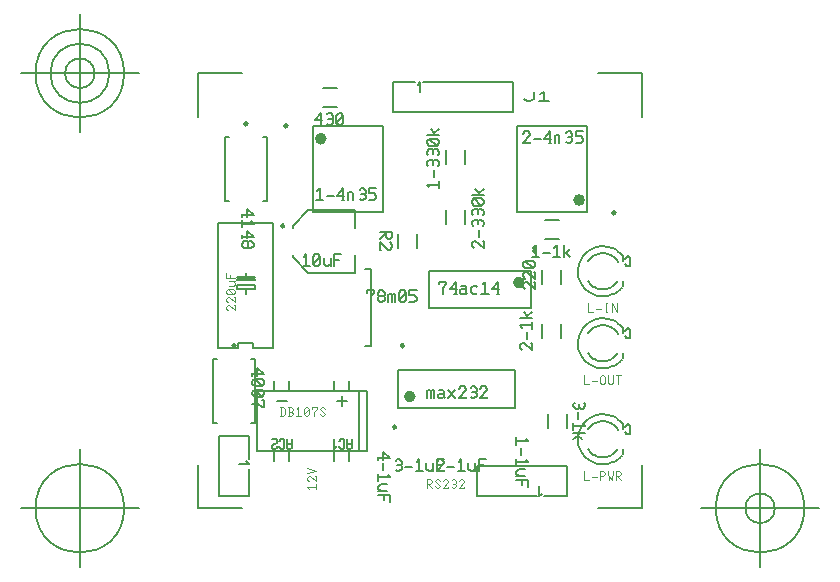
<source format=gbr>
G04 Generated by Ultiboard 13.0 *
%FSLAX34Y34*%
%MOMM*%

%ADD10C,0.0001*%
%ADD11C,0.1556*%
%ADD12C,0.2000*%
%ADD13C,0.5000*%
%ADD14C,0.2500*%
%ADD15C,0.1176*%
%ADD16C,0.2032*%
%ADD17C,0.1270*%


G04 ColorRGB FFFF00 for the following layer *
%LNSilkscreen Top*%
%LPD*%
G54D10*
G54D11*
X224516Y700200D02*
X224516Y706200D01*
X224516Y707200D01*
X224516Y706200D02*
X225511Y707200D01*
X226507Y707200D01*
X227502Y706200D01*
X228498Y707200D01*
X229493Y707200D01*
X230489Y706200D01*
X230489Y700200D01*
X227502Y706200D02*
X227502Y700200D01*
X234471Y707200D02*
X237458Y707200D01*
X238453Y706200D01*
X238453Y701200D01*
X237458Y700200D01*
X234471Y700200D01*
X233476Y701200D01*
X233476Y703200D01*
X234471Y704200D01*
X238453Y704200D01*
X238453Y701200D02*
X239449Y700200D01*
X242436Y700200D02*
X248409Y707200D01*
X242436Y707200D02*
X248409Y700200D01*
X251396Y708200D02*
X253387Y710200D01*
X255378Y710200D01*
X257369Y708200D01*
X257369Y707200D01*
X251396Y700200D01*
X257369Y700200D01*
X257369Y701200D01*
X261351Y709200D02*
X262347Y710200D01*
X264338Y710200D01*
X266329Y708200D01*
X266329Y706200D01*
X265333Y705200D01*
X266329Y704200D01*
X266329Y702200D01*
X264338Y700200D01*
X262347Y700200D01*
X261351Y701200D01*
X262347Y705200D02*
X265333Y705200D01*
X269316Y708200D02*
X271307Y710200D01*
X273298Y710200D01*
X275289Y708200D01*
X275289Y707200D01*
X269316Y700200D01*
X275289Y700200D01*
X275289Y701200D01*
X198031Y647400D02*
X199027Y648400D01*
X201018Y648400D01*
X203009Y646400D01*
X203009Y644400D01*
X202013Y643400D01*
X203009Y642400D01*
X203009Y640400D01*
X201018Y638400D01*
X199027Y638400D01*
X198031Y639400D01*
X199027Y643400D02*
X202013Y643400D01*
X205996Y642400D02*
X211969Y642400D01*
X215951Y646400D02*
X217942Y648400D01*
X217942Y638400D01*
X214956Y638400D02*
X220929Y638400D01*
X223916Y645400D02*
X223916Y640400D01*
X225907Y638400D01*
X227898Y638400D01*
X229889Y640400D01*
X229889Y645400D01*
X229889Y640400D02*
X229889Y638400D01*
X232876Y638400D02*
X232876Y648400D01*
X238849Y648400D01*
X232876Y643400D02*
X236858Y643400D01*
X232596Y646400D02*
X234587Y648400D01*
X236578Y648400D01*
X238569Y646400D01*
X238569Y645400D01*
X232596Y638400D01*
X238569Y638400D01*
X238569Y639400D01*
X241556Y642400D02*
X247529Y642400D01*
X251511Y646400D02*
X253502Y648400D01*
X253502Y638400D01*
X250516Y638400D02*
X256489Y638400D01*
X259476Y645400D02*
X259476Y640400D01*
X261467Y638400D01*
X263458Y638400D01*
X265449Y640400D01*
X265449Y645400D01*
X265449Y640400D02*
X265449Y638400D01*
X268436Y638400D02*
X268436Y648400D01*
X274409Y648400D01*
X268436Y643400D02*
X272418Y643400D01*
X187340Y648351D02*
X187340Y654324D01*
X193340Y649347D01*
X183340Y649347D01*
X183340Y650342D02*
X183340Y648351D01*
X187340Y645364D02*
X187340Y639391D01*
X191340Y635409D02*
X193340Y633418D01*
X183340Y633418D01*
X183340Y636404D02*
X183340Y630431D01*
X190340Y627444D02*
X185340Y627444D01*
X183340Y625453D01*
X183340Y623462D01*
X185340Y621471D01*
X190340Y621471D01*
X185340Y621471D02*
X183340Y621471D01*
X183340Y618484D02*
X193340Y618484D01*
X193340Y612511D01*
X188340Y618484D02*
X188340Y614502D01*
X308180Y666029D02*
X310180Y664038D01*
X300180Y664038D01*
X300180Y667024D02*
X300180Y661051D01*
X304180Y658064D02*
X304180Y652091D01*
X308180Y648109D02*
X310180Y646118D01*
X300180Y646118D01*
X300180Y649104D02*
X300180Y643131D01*
X307180Y640144D02*
X302180Y640144D01*
X300180Y638153D01*
X300180Y636162D01*
X302180Y634171D01*
X307180Y634171D01*
X302180Y634171D02*
X300180Y634171D01*
X300180Y631184D02*
X310180Y631184D01*
X310180Y625211D01*
X305180Y631184D02*
X305180Y627202D01*
X237662Y788583D02*
X237662Y793583D01*
X240649Y796583D01*
X240649Y798583D01*
X234676Y798583D01*
X234676Y796583D01*
X249609Y792583D02*
X243636Y792583D01*
X248613Y798583D01*
X248613Y788583D01*
X247618Y788583D02*
X249609Y788583D01*
X253591Y795583D02*
X256578Y795583D01*
X257573Y794583D01*
X257573Y789583D01*
X256578Y788583D01*
X253591Y788583D01*
X252596Y789583D01*
X252596Y791583D01*
X253591Y792583D01*
X257573Y792583D01*
X257573Y789583D02*
X258569Y788583D01*
X266533Y789583D02*
X265538Y788583D01*
X263547Y788583D01*
X261556Y790583D01*
X261556Y793583D01*
X263547Y795583D01*
X265538Y795583D01*
X266533Y794583D01*
X271511Y796583D02*
X273502Y798583D01*
X273502Y788583D01*
X270516Y788583D02*
X276489Y788583D01*
X285449Y792583D02*
X279476Y792583D01*
X284453Y798583D01*
X284453Y788583D01*
X283458Y788583D02*
X285449Y788583D01*
X176702Y781480D02*
X176702Y786480D01*
X179689Y789480D01*
X179689Y791480D01*
X173716Y791480D01*
X173716Y789480D01*
X186658Y781480D02*
X184667Y781480D01*
X182676Y783480D01*
X182676Y785480D01*
X183671Y786480D01*
X182676Y787480D01*
X182676Y789480D01*
X184667Y791480D01*
X186658Y791480D01*
X188649Y789480D01*
X188649Y787480D01*
X187653Y786480D01*
X188649Y785480D01*
X188649Y783480D01*
X186658Y781480D01*
X183671Y786480D02*
X187653Y786480D01*
X191636Y781480D02*
X191636Y787480D01*
X191636Y788480D01*
X191636Y787480D02*
X192631Y788480D01*
X193627Y788480D01*
X194622Y787480D01*
X195618Y788480D01*
X196613Y788480D01*
X197609Y787480D01*
X197609Y781480D01*
X194622Y787480D02*
X194622Y781480D01*
X200596Y789480D02*
X202587Y791480D01*
X204578Y791480D01*
X206569Y789480D01*
X206569Y783480D01*
X204578Y781480D01*
X202587Y781480D01*
X200596Y783480D01*
X200596Y789480D01*
X206569Y789480D02*
X200596Y783480D01*
X215529Y791480D02*
X209556Y791480D01*
X209556Y787480D01*
X213538Y787480D01*
X215529Y785480D01*
X215529Y783480D01*
X213538Y781480D01*
X209556Y781480D01*
X184780Y841084D02*
X194780Y841084D01*
X194780Y837102D01*
X192780Y835111D01*
X191780Y835111D01*
X189780Y837102D01*
X189780Y841084D01*
X189780Y840089D02*
X184780Y835111D01*
X192780Y832124D02*
X194780Y830133D01*
X194780Y828142D01*
X192780Y826151D01*
X191780Y826151D01*
X184780Y832124D01*
X184780Y826151D01*
X185780Y826151D01*
X120031Y819960D02*
X122022Y821960D01*
X122022Y811960D01*
X119036Y811960D02*
X125009Y811960D01*
X127996Y819960D02*
X129987Y821960D01*
X131978Y821960D01*
X133969Y819960D01*
X133969Y813960D01*
X131978Y811960D01*
X129987Y811960D01*
X127996Y813960D01*
X127996Y819960D01*
X133969Y819960D02*
X127996Y813960D01*
X136956Y818960D02*
X136956Y813960D01*
X138947Y811960D01*
X140938Y811960D01*
X142929Y813960D01*
X142929Y818960D01*
X142929Y813960D02*
X142929Y811960D01*
X145916Y811960D02*
X145916Y821960D01*
X151889Y821960D01*
X145916Y816960D02*
X149898Y816960D01*
X357440Y696509D02*
X358440Y695513D01*
X358440Y693522D01*
X356440Y691531D01*
X354440Y691531D01*
X353440Y692527D01*
X352440Y691531D01*
X350440Y691531D01*
X348440Y693522D01*
X348440Y695513D01*
X349440Y696509D01*
X353440Y695513D02*
X353440Y692527D01*
X352440Y688544D02*
X352440Y682571D01*
X356440Y678589D02*
X358440Y676598D01*
X348440Y676598D01*
X348440Y679584D02*
X348440Y673611D01*
X352440Y670624D02*
X352440Y668633D01*
X355440Y665647D01*
X352440Y668633D02*
X348440Y665647D01*
X348440Y670624D02*
X358440Y670624D01*
X305260Y741196D02*
X303260Y743187D01*
X303260Y745178D01*
X305260Y747169D01*
X306260Y747169D01*
X313260Y741196D01*
X313260Y747169D01*
X312260Y747169D01*
X309260Y750156D02*
X309260Y756129D01*
X305260Y760111D02*
X303260Y762102D01*
X313260Y762102D01*
X313260Y759116D02*
X313260Y765089D01*
X309260Y768076D02*
X309260Y770067D01*
X306260Y773053D01*
X309260Y770067D02*
X313260Y773053D01*
X313260Y768076D02*
X303260Y768076D01*
X307800Y792596D02*
X305800Y794587D01*
X305800Y796578D01*
X307800Y798569D01*
X308800Y798569D01*
X315800Y792596D01*
X315800Y798569D01*
X314800Y798569D01*
X307800Y801556D02*
X305800Y803547D01*
X305800Y805538D01*
X307800Y807529D01*
X308800Y807529D01*
X315800Y801556D01*
X315800Y807529D01*
X314800Y807529D01*
X307800Y810516D02*
X305800Y812507D01*
X305800Y814498D01*
X307800Y816489D01*
X313800Y816489D01*
X315800Y814498D01*
X315800Y812507D01*
X313800Y810516D01*
X307800Y810516D01*
X307800Y816489D02*
X313800Y810516D01*
X314411Y827580D02*
X316402Y829580D01*
X316402Y819580D01*
X313416Y819580D02*
X319389Y819580D01*
X322376Y823580D02*
X328349Y823580D01*
X332331Y827580D02*
X334322Y829580D01*
X334322Y819580D01*
X331336Y819580D02*
X337309Y819580D01*
X340296Y823580D02*
X342287Y823580D01*
X345273Y826580D01*
X342287Y823580D02*
X345273Y819580D01*
X340296Y819580D02*
X340296Y829580D01*
X131531Y875840D02*
X133522Y877840D01*
X133522Y867840D01*
X130536Y867840D02*
X136509Y867840D01*
X139496Y871840D02*
X145469Y871840D01*
X154429Y871840D02*
X148456Y871840D01*
X153433Y877840D01*
X153433Y867840D01*
X152438Y867840D02*
X154429Y867840D01*
X157416Y867840D02*
X157416Y873840D01*
X157416Y874840D01*
X157416Y873840D02*
X158411Y874840D01*
X160402Y874840D01*
X161398Y873840D01*
X161398Y867840D01*
X167371Y876840D02*
X168367Y877840D01*
X170358Y877840D01*
X172349Y875840D01*
X172349Y873840D01*
X171353Y872840D01*
X172349Y871840D01*
X172349Y869840D01*
X170358Y867840D01*
X168367Y867840D01*
X167371Y868840D01*
X168367Y872840D02*
X171353Y872840D01*
X181309Y877840D02*
X175336Y877840D01*
X175336Y873840D01*
X179318Y873840D01*
X181309Y871840D01*
X181309Y869840D01*
X179318Y867840D01*
X175336Y867840D01*
X305656Y924100D02*
X307647Y926100D01*
X309638Y926100D01*
X311629Y924100D01*
X311629Y923100D01*
X305656Y916100D01*
X311629Y916100D01*
X311629Y917100D01*
X314616Y920100D02*
X320589Y920100D01*
X329549Y920100D02*
X323576Y920100D01*
X328553Y926100D01*
X328553Y916100D01*
X327558Y916100D02*
X329549Y916100D01*
X332536Y916100D02*
X332536Y922100D01*
X332536Y923100D01*
X332536Y922100D02*
X333531Y923100D01*
X335522Y923100D01*
X336518Y922100D01*
X336518Y916100D01*
X342491Y925100D02*
X343487Y926100D01*
X345478Y926100D01*
X347469Y924100D01*
X347469Y922100D01*
X346473Y921100D01*
X347469Y920100D01*
X347469Y918100D01*
X345478Y916100D01*
X343487Y916100D01*
X342491Y917100D01*
X343487Y921100D02*
X346473Y921100D01*
X356429Y926100D02*
X350456Y926100D01*
X350456Y922100D01*
X354438Y922100D01*
X356429Y920100D01*
X356429Y918100D01*
X354438Y916100D01*
X350456Y916100D01*
X264420Y827556D02*
X262420Y829547D01*
X262420Y831538D01*
X264420Y833529D01*
X265420Y833529D01*
X272420Y827556D01*
X272420Y833529D01*
X271420Y833529D01*
X268420Y836516D02*
X268420Y842489D01*
X263420Y846471D02*
X262420Y847467D01*
X262420Y849458D01*
X264420Y851449D01*
X266420Y851449D01*
X267420Y850453D01*
X268420Y851449D01*
X270420Y851449D01*
X272420Y849458D01*
X272420Y847467D01*
X271420Y846471D01*
X267420Y847467D02*
X267420Y850453D01*
X263420Y855431D02*
X262420Y856427D01*
X262420Y858418D01*
X264420Y860409D01*
X266420Y860409D01*
X267420Y859413D01*
X268420Y860409D01*
X270420Y860409D01*
X272420Y858418D01*
X272420Y856427D01*
X271420Y855431D01*
X267420Y856427D02*
X267420Y859413D01*
X264420Y863396D02*
X262420Y865387D01*
X262420Y867378D01*
X264420Y869369D01*
X270420Y869369D01*
X272420Y867378D01*
X272420Y865387D01*
X270420Y863396D01*
X264420Y863396D01*
X264420Y869369D02*
X270420Y863396D01*
X268420Y872356D02*
X268420Y874347D01*
X265420Y877333D01*
X268420Y874347D02*
X272420Y877333D01*
X272420Y872356D02*
X262420Y872356D01*
X226520Y879211D02*
X224520Y881202D01*
X234520Y881202D01*
X234520Y878216D02*
X234520Y884189D01*
X230520Y887176D02*
X230520Y893149D01*
X225520Y897131D02*
X224520Y898127D01*
X224520Y900118D01*
X226520Y902109D01*
X228520Y902109D01*
X229520Y901113D01*
X230520Y902109D01*
X232520Y902109D01*
X234520Y900118D01*
X234520Y898127D01*
X233520Y897131D01*
X229520Y898127D02*
X229520Y901113D01*
X225520Y906091D02*
X224520Y907087D01*
X224520Y909078D01*
X226520Y911069D01*
X228520Y911069D01*
X229520Y910073D01*
X230520Y911069D01*
X232520Y911069D01*
X234520Y909078D01*
X234520Y907087D01*
X233520Y906091D01*
X229520Y907087D02*
X229520Y910073D01*
X226520Y914056D02*
X224520Y916047D01*
X224520Y918038D01*
X226520Y920029D01*
X232520Y920029D01*
X234520Y918038D01*
X234520Y916047D01*
X232520Y914056D01*
X226520Y914056D01*
X226520Y920029D02*
X232520Y914056D01*
X230520Y923016D02*
X230520Y925007D01*
X227520Y927993D01*
X230520Y925007D02*
X234520Y927993D01*
X234520Y923016D02*
X224520Y923016D01*
X80660Y719471D02*
X80660Y725444D01*
X86660Y720467D01*
X76660Y720467D01*
X76660Y721462D02*
X76660Y719471D01*
X84660Y716484D02*
X86660Y714493D01*
X86660Y712502D01*
X84660Y710511D01*
X78660Y710511D01*
X76660Y712502D01*
X76660Y714493D01*
X78660Y716484D01*
X84660Y716484D01*
X84660Y710511D02*
X78660Y716484D01*
X84660Y707524D02*
X86660Y705533D01*
X86660Y703542D01*
X84660Y701551D01*
X78660Y701551D01*
X76660Y703542D01*
X76660Y705533D01*
X78660Y707524D01*
X84660Y707524D01*
X84660Y701551D02*
X78660Y707524D01*
X76660Y695578D02*
X81660Y695578D01*
X84660Y692591D01*
X86660Y692591D01*
X86660Y698564D01*
X84660Y698564D01*
X71740Y854091D02*
X71740Y860064D01*
X77740Y855087D01*
X67740Y855087D01*
X67740Y856082D02*
X67740Y854091D01*
X75740Y850109D02*
X77740Y848118D01*
X67740Y848118D01*
X67740Y851104D02*
X67740Y845131D01*
X71740Y836171D02*
X71740Y842144D01*
X77740Y837167D01*
X67740Y837167D01*
X67740Y838162D02*
X67740Y836171D01*
X67740Y829202D02*
X67740Y831193D01*
X69740Y833184D01*
X71740Y833184D01*
X72740Y832189D01*
X73740Y833184D01*
X75740Y833184D01*
X77740Y831193D01*
X77740Y829202D01*
X75740Y827211D01*
X73740Y827211D01*
X72740Y828207D01*
X71740Y827211D01*
X69740Y827211D01*
X67740Y829202D01*
X72740Y832189D02*
X72740Y828207D01*
X135769Y935540D02*
X129796Y935540D01*
X134773Y941540D01*
X134773Y931540D01*
X133778Y931540D02*
X135769Y931540D01*
X139751Y940540D02*
X140747Y941540D01*
X142738Y941540D01*
X144729Y939540D01*
X144729Y937540D01*
X143733Y936540D01*
X144729Y935540D01*
X144729Y933540D01*
X142738Y931540D01*
X140747Y931540D01*
X139751Y932540D01*
X140747Y936540D02*
X143733Y936540D01*
X147716Y939540D02*
X149707Y941540D01*
X151698Y941540D01*
X153689Y939540D01*
X153689Y933540D01*
X151698Y931540D01*
X149707Y931540D01*
X147716Y933540D01*
X147716Y939540D01*
X153689Y939540D02*
X147716Y933540D01*
G54D12*
X298848Y691763D02*
X298848Y723763D01*
X199848Y723763D02*
X199848Y691763D01*
X298848Y691763D01*
X298848Y723763D02*
X199848Y723763D01*
X226240Y808230D02*
X226240Y776730D01*
X312240Y776730D02*
X312240Y808230D01*
X226240Y808230D01*
X226240Y776730D02*
X312240Y776730D01*
X200280Y839120D02*
X200280Y827120D01*
X216280Y839120D02*
X216280Y827120D01*
X216280Y839120D02*
X216280Y827120D01*
X123910Y859620D02*
X163660Y859620D01*
X123910Y806620D02*
X163660Y806620D01*
X110660Y821620D02*
X110660Y819870D01*
X123910Y806620D01*
X110660Y844620D02*
X110660Y846370D01*
X123910Y859620D01*
X163660Y806620D02*
X163660Y821620D01*
X163660Y859620D02*
X163660Y844620D01*
X327280Y686720D02*
X327280Y674720D01*
X343280Y686720D02*
X343280Y674720D01*
X343280Y686720D02*
X343280Y674720D01*
X338200Y750920D02*
X338200Y762920D01*
X322200Y750920D02*
X322200Y762920D01*
X322200Y750920D02*
X322200Y762920D01*
X338200Y796640D02*
X338200Y808640D01*
X322200Y796640D02*
X322200Y808640D01*
X322200Y796640D02*
X322200Y808640D01*
X336200Y851280D02*
X324200Y851280D01*
X336200Y835280D02*
X324200Y835280D01*
X336200Y835280D02*
X324200Y835280D01*
X187230Y930580D02*
X127730Y930580D01*
X127730Y857580D01*
X187230Y857580D01*
X187230Y930580D01*
X300450Y857580D02*
X359950Y857580D01*
X359950Y930580D01*
X300450Y930580D01*
X300450Y857580D01*
X256920Y847440D02*
X256920Y859440D01*
X240920Y847440D02*
X240920Y859440D01*
X240920Y847440D02*
X240920Y859440D01*
X256920Y898240D02*
X256920Y910240D01*
X240920Y898240D02*
X240920Y910240D01*
X240920Y898240D02*
X240920Y910240D01*
X42960Y733450D02*
X42960Y679450D01*
X78960Y733450D02*
X78960Y679450D01*
X46460Y733450D02*
X42960Y733450D01*
X75460Y733450D02*
X78960Y733450D01*
X42960Y679450D02*
X46460Y679450D01*
X78960Y679450D02*
X75460Y679450D01*
X53120Y921080D02*
X53120Y867080D01*
X89120Y921080D02*
X89120Y867080D01*
X56620Y921080D02*
X53120Y921080D01*
X85620Y921080D02*
X89120Y921080D01*
X53120Y867080D02*
X56620Y867080D01*
X89120Y867080D02*
X85620Y867080D01*
X136240Y947040D02*
X148240Y947040D01*
X136240Y963040D02*
X148240Y963040D01*
X136240Y963040D02*
X148240Y963040D01*
G54D13*
X207348Y701763D02*
G75*
D01*
G02X207348Y701763I2500J0*
G01*
X299740Y798230D02*
G75*
D01*
G02X299740Y798230I2500J0*
G01*
X131920Y920050D02*
G75*
D01*
G02X131920Y920050I2500J0*
G01*
X350760Y868110D02*
G75*
D01*
G02X350760Y868110I2500J0*
G01*
G54D14*
X195598Y675763D02*
G75*
D01*
G02X195598Y675763I1250J0*
G01*
X314490Y824980D02*
G75*
D01*
G02X314490Y824980I1250J0*
G01*
X202400Y744740D02*
G75*
D01*
G02X202400Y744740I1250J0*
G01*
X100910Y846120D02*
G75*
D01*
G02X100910Y846120I1250J0*
G01*
X103730Y930980D02*
G75*
D01*
G02X103730Y930980I1250J0*
G01*
X381450Y857180D02*
G75*
D01*
G02X381450Y857180I1250J0*
G01*
X59710Y744950D02*
G75*
D01*
G02X59710Y744950I1250J0*
G01*
X69870Y932580D02*
G75*
D01*
G02X69870Y932580I1250J0*
G01*
G54D15*
X99813Y685105D02*
X102823Y685105D01*
X104329Y686616D01*
X104329Y691152D01*
X102823Y692664D01*
X99813Y692664D01*
X100566Y692664D02*
X100566Y685105D01*
X106586Y685105D02*
X109597Y685105D01*
X111102Y686616D01*
X111102Y687372D01*
X109597Y688884D01*
X111102Y690396D01*
X111102Y691152D01*
X109597Y692664D01*
X107339Y692664D01*
X106586Y692664D01*
X107339Y688884D02*
X109597Y688884D01*
X107339Y692664D02*
X107339Y685105D01*
X114112Y691152D02*
X115617Y692664D01*
X115617Y685105D01*
X113359Y685105D02*
X117875Y685105D01*
X120133Y691152D02*
X121638Y692664D01*
X123143Y692664D01*
X124648Y691152D01*
X124648Y686616D01*
X123143Y685105D01*
X121638Y685105D01*
X120133Y686616D01*
X120133Y691152D01*
X124648Y691152D02*
X120133Y686616D01*
X129163Y685105D02*
X129163Y688884D01*
X131421Y691152D01*
X131421Y692664D01*
X126906Y692664D01*
X126906Y691152D01*
X133679Y686616D02*
X135184Y685105D01*
X136689Y685105D01*
X138194Y686616D01*
X133679Y691152D01*
X135184Y692664D01*
X136689Y692664D01*
X138194Y691152D01*
X224273Y624145D02*
X224273Y631704D01*
X227283Y631704D01*
X228788Y630192D01*
X228788Y629436D01*
X227283Y627924D01*
X224273Y627924D01*
X225025Y627924D02*
X228788Y624145D01*
X231046Y625656D02*
X232551Y624145D01*
X234056Y624145D01*
X235561Y625656D01*
X231046Y630192D01*
X232551Y631704D01*
X234056Y631704D01*
X235561Y630192D01*
X237819Y630192D02*
X239324Y631704D01*
X240829Y631704D01*
X242334Y630192D01*
X242334Y629436D01*
X237819Y624145D01*
X242334Y624145D01*
X242334Y624900D01*
X245344Y630948D02*
X246097Y631704D01*
X247602Y631704D01*
X249107Y630192D01*
X249107Y628680D01*
X248355Y627924D01*
X249107Y627168D01*
X249107Y625656D01*
X247602Y624145D01*
X246097Y624145D01*
X245344Y624900D01*
X246097Y627924D02*
X248355Y627924D01*
X251365Y630192D02*
X252870Y631704D01*
X254375Y631704D01*
X255880Y630192D01*
X255880Y629436D01*
X251365Y624145D01*
X255880Y624145D01*
X255880Y624900D01*
X357200Y719546D02*
X357200Y711986D01*
X361715Y711986D01*
X363973Y715010D02*
X368488Y715010D01*
X370746Y713498D02*
X372251Y711986D01*
X373756Y711986D01*
X375261Y713498D01*
X375261Y718034D01*
X373756Y719546D01*
X372251Y719546D01*
X370746Y718034D01*
X370746Y713498D01*
X377519Y719546D02*
X377519Y713498D01*
X379024Y711986D01*
X380529Y711986D01*
X382035Y713498D01*
X382035Y719546D01*
X386550Y711986D02*
X386550Y719546D01*
X384292Y719546D02*
X388808Y719546D01*
X360586Y780506D02*
X360586Y772946D01*
X365102Y772946D01*
X367359Y775970D02*
X371875Y775970D01*
X375638Y772946D02*
X377143Y772946D01*
X375638Y780506D02*
X377143Y780506D01*
X376390Y772946D02*
X376390Y780506D01*
X380906Y772946D02*
X380906Y780506D01*
X385421Y772946D01*
X385421Y780506D01*
X357200Y638266D02*
X357200Y630706D01*
X361715Y630706D01*
X363973Y633730D02*
X368488Y633730D01*
X370746Y630706D02*
X370746Y638266D01*
X373756Y638266D01*
X375261Y636754D01*
X375261Y635998D01*
X373756Y634486D01*
X370746Y634486D01*
X377519Y638266D02*
X378272Y630706D01*
X379777Y633730D01*
X381282Y630706D01*
X382035Y638266D01*
X384292Y630706D02*
X384292Y638266D01*
X387303Y638266D01*
X388808Y636754D01*
X388808Y635998D01*
X387303Y634486D01*
X384292Y634486D01*
X385045Y634486D02*
X388808Y630706D01*
X55608Y774607D02*
X54096Y776112D01*
X54096Y777617D01*
X55608Y779122D01*
X56364Y779122D01*
X61655Y774607D01*
X61655Y779122D01*
X60900Y779122D01*
X55608Y781380D02*
X54096Y782885D01*
X54096Y784390D01*
X55608Y785896D01*
X56364Y785896D01*
X61655Y781380D01*
X61655Y785896D01*
X60900Y785896D01*
X55608Y788153D02*
X54096Y789658D01*
X54096Y791163D01*
X55608Y792669D01*
X60144Y792669D01*
X61655Y791163D01*
X61655Y789658D01*
X60144Y788153D01*
X55608Y788153D01*
X55608Y792669D02*
X60144Y788153D01*
X56364Y794926D02*
X60144Y794926D01*
X61655Y796431D01*
X61655Y797937D01*
X60144Y799442D01*
X56364Y799442D01*
X60144Y799442D02*
X61655Y799442D01*
X61655Y801699D02*
X54096Y801699D01*
X54096Y806215D01*
X57876Y801699D02*
X57876Y804710D01*
X124188Y623806D02*
X122676Y625311D01*
X130235Y625311D01*
X130235Y623053D02*
X130235Y627569D01*
X124188Y629826D02*
X122676Y631331D01*
X122676Y632837D01*
X124188Y634342D01*
X124944Y634342D01*
X130235Y629826D01*
X130235Y634342D01*
X129480Y634342D01*
X122676Y636599D02*
X130235Y638857D01*
X122676Y641115D01*
G54D16*
X173567Y655320D02*
X80433Y655320D01*
X80433Y706120D02*
X173567Y706120D01*
X156633Y697653D02*
X148167Y697653D01*
X152400Y701887D02*
X152400Y693420D01*
X150283Y659553D02*
X150291Y659369D01*
X150315Y659186D01*
X150355Y659005D01*
X150411Y658829D01*
X150482Y658659D01*
X150567Y658495D01*
X150666Y658339D01*
X150779Y658193D01*
X150903Y658057D01*
X151039Y657932D01*
X151186Y657819D01*
X151342Y657720D01*
X151505Y657635D01*
X151676Y657564D01*
X151852Y657509D01*
X152032Y657469D01*
X152216Y657445D01*
X152400Y657437D01*
X152584Y657445D01*
X152768Y657469D01*
X152948Y657509D01*
X153124Y657564D01*
X153295Y657635D01*
X153458Y657720D01*
X153614Y657819D01*
X153761Y657932D01*
X153897Y658057D01*
X154021Y658193D01*
X154134Y658339D01*
X154233Y658495D01*
X154318Y658659D01*
X154389Y658829D01*
X154445Y659005D01*
X154485Y659186D01*
X154509Y659369D01*
X154517Y659553D01*
X154517Y663786D02*
X154509Y663971D01*
X154485Y664154D01*
X154445Y664334D01*
X154389Y664510D01*
X154318Y664681D01*
X154233Y664845D01*
X154134Y665000D01*
X154021Y665147D01*
X153897Y665283D01*
X153761Y665408D01*
X153614Y665520D01*
X153458Y665619D01*
X153295Y665705D01*
X153124Y665775D01*
X152948Y665831D01*
X152768Y665871D01*
X152584Y665895D01*
X152400Y665903D01*
X152216Y665895D01*
X152032Y665871D01*
X151852Y665831D01*
X151676Y665775D01*
X151505Y665705D01*
X151342Y665619D01*
X151186Y665520D01*
X151039Y665408D01*
X150903Y665283D01*
X150779Y665147D01*
X150666Y665000D01*
X150567Y664845D01*
X150482Y664681D01*
X150411Y664510D01*
X150355Y664334D01*
X150315Y664154D01*
X150291Y663971D01*
X150283Y663786D01*
X158750Y655320D02*
X158750Y646853D01*
X173567Y706120D02*
X173567Y655320D01*
X167217Y655320D02*
X167217Y706120D01*
X158750Y706120D02*
X158750Y714587D01*
X156633Y659553D02*
X156641Y659369D01*
X156665Y659186D01*
X156705Y659005D01*
X156761Y658829D01*
X156832Y658659D01*
X156917Y658495D01*
X157016Y658339D01*
X157129Y658193D01*
X157253Y658057D01*
X157389Y657932D01*
X157536Y657819D01*
X157692Y657720D01*
X157855Y657635D01*
X158026Y657564D01*
X158202Y657509D01*
X158382Y657469D01*
X158566Y657445D01*
X158750Y657437D01*
X158934Y657445D01*
X159118Y657469D01*
X159298Y657509D01*
X159474Y657564D01*
X159645Y657635D01*
X159808Y657720D01*
X159964Y657819D01*
X160111Y657932D01*
X160247Y658057D01*
X160371Y658193D01*
X160484Y658339D01*
X160583Y658495D01*
X160668Y658659D01*
X160739Y658829D01*
X160795Y659005D01*
X160835Y659186D01*
X160859Y659369D01*
X160867Y659553D01*
X160867Y661670D02*
X156633Y661670D01*
X160867Y665903D02*
X160867Y659553D01*
X154517Y663787D02*
X154517Y659553D01*
X156633Y665903D02*
X156633Y659553D01*
X95250Y655320D02*
X95250Y646853D01*
X146050Y655320D02*
X146050Y646853D01*
X107950Y655320D02*
X107950Y646853D01*
X146050Y706120D02*
X146050Y714587D01*
X148167Y659553D02*
X146050Y657437D01*
X146050Y665903D01*
X80433Y655320D02*
X80433Y706120D01*
X95250Y706120D02*
X95250Y714587D01*
X105833Y697653D02*
X97367Y697653D01*
X107950Y706120D02*
X107950Y714587D01*
X95250Y661670D02*
X95434Y661678D01*
X95618Y661702D01*
X95798Y661742D01*
X95974Y661797D01*
X96145Y661868D01*
X96308Y661953D01*
X96464Y662052D01*
X96611Y662165D01*
X96747Y662290D01*
X96871Y662426D01*
X96984Y662572D01*
X97083Y662728D01*
X97168Y662892D01*
X97239Y663062D01*
X97295Y663238D01*
X97335Y663419D01*
X97359Y663602D01*
X97367Y663786D01*
X95250Y661670D02*
X95066Y661662D01*
X94882Y661638D01*
X94702Y661598D01*
X94526Y661542D01*
X94355Y661472D01*
X94192Y661386D01*
X94036Y661287D01*
X93889Y661175D01*
X93753Y661050D01*
X93629Y660914D01*
X93516Y660767D01*
X93417Y660612D01*
X93332Y660448D01*
X93261Y660277D01*
X93205Y660101D01*
X93165Y659921D01*
X93141Y659738D01*
X93133Y659553D01*
X93141Y659369D01*
X93165Y659186D01*
X93205Y659005D01*
X93261Y658829D01*
X93332Y658659D01*
X93417Y658495D01*
X93516Y658339D01*
X93629Y658193D01*
X93753Y658057D01*
X93889Y657932D01*
X94036Y657819D01*
X94192Y657720D01*
X94355Y657635D01*
X94526Y657564D01*
X94702Y657509D01*
X94882Y657469D01*
X95066Y657445D01*
X95250Y657437D01*
X95434Y657445D01*
X95618Y657469D01*
X95798Y657509D01*
X95974Y657564D01*
X96145Y657635D01*
X96308Y657720D01*
X96464Y657819D01*
X96611Y657932D01*
X96747Y658057D01*
X96871Y658193D01*
X96984Y658339D01*
X97083Y658495D01*
X97168Y658659D01*
X97239Y658829D01*
X97295Y659005D01*
X97335Y659186D01*
X97359Y659369D01*
X97367Y659553D01*
X93133Y665903D02*
X97367Y665903D01*
X105833Y659553D02*
X105841Y659369D01*
X105865Y659186D01*
X105905Y659005D01*
X105961Y658829D01*
X106032Y658659D01*
X106117Y658495D01*
X106216Y658339D01*
X106329Y658193D01*
X106453Y658057D01*
X106589Y657932D01*
X106736Y657819D01*
X106892Y657720D01*
X107055Y657635D01*
X107226Y657564D01*
X107402Y657509D01*
X107582Y657469D01*
X107766Y657445D01*
X107950Y657437D01*
X108134Y657445D01*
X108318Y657469D01*
X108498Y657509D01*
X108674Y657564D01*
X108845Y657635D01*
X109008Y657720D01*
X109164Y657819D01*
X109311Y657932D01*
X109447Y658057D01*
X109571Y658193D01*
X109684Y658339D01*
X109783Y658495D01*
X109868Y658659D01*
X109939Y658829D01*
X109995Y659005D01*
X110035Y659186D01*
X110059Y659369D01*
X110067Y659553D01*
X99483Y659553D02*
X99491Y659369D01*
X99515Y659186D01*
X99555Y659005D01*
X99611Y658829D01*
X99682Y658659D01*
X99767Y658495D01*
X99866Y658339D01*
X99979Y658193D01*
X100103Y658057D01*
X100239Y657932D01*
X100386Y657819D01*
X100542Y657720D01*
X100705Y657635D01*
X100876Y657564D01*
X101052Y657509D01*
X101232Y657469D01*
X101416Y657445D01*
X101600Y657437D01*
X101784Y657445D01*
X101968Y657469D01*
X102148Y657509D01*
X102324Y657564D01*
X102495Y657635D01*
X102658Y657720D01*
X102814Y657819D01*
X102961Y657932D01*
X103097Y658057D01*
X103221Y658193D01*
X103334Y658339D01*
X103433Y658495D01*
X103518Y658659D01*
X103589Y658829D01*
X103645Y659005D01*
X103685Y659186D01*
X103709Y659369D01*
X103717Y659553D01*
X110067Y665903D02*
X110067Y659553D01*
X110067Y661670D02*
X105833Y661670D01*
X103717Y663786D02*
X103709Y663971D01*
X103685Y664154D01*
X103645Y664334D01*
X103589Y664510D01*
X103518Y664681D01*
X103433Y664845D01*
X103334Y665000D01*
X103221Y665147D01*
X103097Y665283D01*
X102961Y665408D01*
X102814Y665520D01*
X102658Y665619D01*
X102495Y665705D01*
X102324Y665775D01*
X102148Y665831D01*
X101968Y665871D01*
X101784Y665895D01*
X101600Y665903D01*
X101416Y665895D01*
X101232Y665871D01*
X101052Y665831D01*
X100876Y665775D01*
X100705Y665705D01*
X100542Y665619D01*
X100386Y665520D01*
X100239Y665408D01*
X100103Y665283D01*
X99979Y665147D01*
X99866Y665000D01*
X99767Y664845D01*
X99682Y664681D01*
X99611Y664510D01*
X99555Y664334D01*
X99515Y664154D01*
X99491Y663971D01*
X99483Y663786D01*
X103717Y663787D02*
X103717Y659553D01*
X105833Y665903D02*
X105833Y659553D01*
X97367Y665903D02*
X97367Y663787D01*
X171900Y744740D02*
X177150Y744740D01*
X171900Y809740D02*
X177150Y809740D01*
X177150Y744740D02*
X177150Y809740D01*
X342900Y617220D02*
X342900Y642620D01*
X266700Y617220D02*
X266700Y642620D01*
X266700Y617220D02*
X317500Y617220D01*
X323850Y617220D02*
X342900Y617220D01*
X319617Y617220D02*
X319617Y625687D01*
X321733Y619337D02*
X319617Y617220D01*
X266700Y642620D02*
X342900Y642620D01*
X390284Y759498D02*
X389110Y760923D01*
X387816Y762240D01*
X386411Y763440D01*
X384908Y764512D01*
X383317Y765449D01*
X381650Y766244D01*
X379921Y766891D01*
X378141Y767384D01*
X376326Y767721D01*
X374488Y767898D01*
X372641Y767914D01*
X370800Y767769D01*
X368979Y767464D01*
X367191Y767002D01*
X365451Y766385D01*
X363771Y765620D01*
X362163Y764710D01*
X360642Y763664D01*
X359217Y762490D01*
X357900Y761196D01*
X356700Y759791D01*
X355628Y758288D01*
X354691Y756697D01*
X353896Y755030D01*
X353249Y753301D01*
X352756Y751521D01*
X352419Y749706D01*
X352242Y747868D01*
X352226Y746021D01*
X352371Y744180D01*
X352676Y742359D01*
X353138Y740571D01*
X353755Y738831D01*
X354520Y737151D01*
X355430Y735543D01*
X356476Y734022D01*
X357650Y732597D01*
X358944Y731280D01*
X360349Y730080D01*
X361852Y729008D01*
X363443Y728071D01*
X365110Y727276D01*
X366839Y726629D01*
X368619Y726136D01*
X370434Y725799D01*
X372272Y725622D01*
X374119Y725606D01*
X375960Y725751D01*
X377781Y726056D01*
X379569Y726518D01*
X381309Y727135D01*
X382989Y727900D01*
X384597Y728810D01*
X386118Y729856D01*
X387543Y731030D01*
X388860Y732324D01*
X389110Y732597D01*
X386161Y755060D02*
X385389Y756143D01*
X384526Y757154D01*
X383578Y758086D01*
X382552Y758931D01*
X381456Y759684D01*
X380299Y760339D01*
X379089Y760890D01*
X377836Y761334D01*
X376549Y761667D01*
X375237Y761886D01*
X373912Y761991D01*
X372582Y761979D01*
X371259Y761852D01*
X369952Y761609D01*
X368671Y761254D01*
X367425Y760788D01*
X366225Y760216D01*
X365080Y759541D01*
X363997Y758769D01*
X362986Y757906D01*
X362054Y756958D01*
X361209Y755932D01*
X360745Y755282D01*
X360599Y738460D02*
X361371Y737377D01*
X362234Y736366D01*
X363182Y735434D01*
X364208Y734589D01*
X365304Y733836D01*
X366461Y733181D01*
X367671Y732630D01*
X368924Y732186D01*
X370211Y731853D01*
X371523Y731634D01*
X372848Y731529D01*
X374178Y731541D01*
X375501Y731668D01*
X376808Y731911D01*
X378089Y732266D01*
X379335Y732732D01*
X380535Y733304D01*
X381680Y733979D01*
X382763Y734751D01*
X383774Y735614D01*
X384706Y736562D01*
X385551Y737588D01*
X386015Y738238D01*
X396664Y757343D02*
X396656Y757527D01*
X396632Y757711D01*
X396592Y757891D01*
X396536Y758067D01*
X396465Y758238D01*
X396380Y758401D01*
X396281Y758557D01*
X396168Y758704D01*
X396044Y758840D01*
X395908Y758964D01*
X395761Y759077D01*
X395605Y759176D01*
X395442Y759261D01*
X395271Y759332D01*
X395095Y759388D01*
X394915Y759428D01*
X394731Y759452D01*
X394547Y759460D01*
X394363Y759452D01*
X394179Y759428D01*
X393999Y759388D01*
X393823Y759332D01*
X393652Y759261D01*
X393489Y759176D01*
X393333Y759077D01*
X393186Y758964D01*
X393050Y758840D01*
X392926Y758704D01*
X392813Y758557D01*
X392714Y758401D01*
X392629Y758238D01*
X392558Y758067D01*
X392502Y757891D01*
X392462Y757711D01*
X392438Y757527D01*
X392430Y757343D01*
X392430Y757343D01*
X396663Y757343D02*
X396663Y753110D01*
X390313Y755227D02*
X390313Y759460D01*
X392430Y753110D02*
X392438Y752926D01*
X392462Y752742D01*
X392502Y752562D01*
X392558Y752386D01*
X392629Y752215D01*
X392714Y752052D01*
X392813Y751896D01*
X392926Y751749D01*
X393050Y751613D01*
X393186Y751489D01*
X393333Y751376D01*
X393489Y751277D01*
X393652Y751192D01*
X393823Y751121D01*
X393999Y751065D01*
X394179Y751025D01*
X394363Y751001D01*
X394547Y750993D01*
X394731Y751001D01*
X394915Y751025D01*
X395095Y751065D01*
X395271Y751121D01*
X395442Y751192D01*
X395605Y751277D01*
X395761Y751376D01*
X395908Y751489D01*
X396044Y751613D01*
X396168Y751749D01*
X396281Y751896D01*
X396380Y752052D01*
X396465Y752215D01*
X396536Y752386D01*
X396592Y752562D01*
X396632Y752742D01*
X396656Y752926D01*
X396664Y753110D01*
X390313Y738293D02*
X390313Y734060D01*
X390284Y820458D02*
X389110Y821883D01*
X387816Y823200D01*
X386411Y824400D01*
X384908Y825472D01*
X383317Y826409D01*
X381650Y827204D01*
X379921Y827851D01*
X378141Y828344D01*
X376326Y828681D01*
X374488Y828858D01*
X372641Y828874D01*
X370800Y828729D01*
X368979Y828424D01*
X367191Y827962D01*
X365451Y827345D01*
X363771Y826580D01*
X362163Y825670D01*
X360642Y824624D01*
X359217Y823450D01*
X357900Y822156D01*
X356700Y820751D01*
X355628Y819248D01*
X354691Y817657D01*
X353896Y815990D01*
X353249Y814261D01*
X352756Y812481D01*
X352419Y810666D01*
X352242Y808828D01*
X352226Y806981D01*
X352371Y805140D01*
X352676Y803319D01*
X353138Y801531D01*
X353755Y799791D01*
X354520Y798111D01*
X355430Y796503D01*
X356476Y794982D01*
X357650Y793557D01*
X358944Y792240D01*
X360349Y791040D01*
X361852Y789968D01*
X363443Y789031D01*
X365110Y788236D01*
X366839Y787589D01*
X368619Y787096D01*
X370434Y786759D01*
X372272Y786582D01*
X374119Y786566D01*
X375960Y786711D01*
X377781Y787016D01*
X379569Y787478D01*
X381309Y788095D01*
X382989Y788860D01*
X384597Y789770D01*
X386118Y790816D01*
X387543Y791990D01*
X388860Y793284D01*
X389110Y793557D01*
X360599Y799420D02*
X361371Y798337D01*
X362234Y797326D01*
X363182Y796394D01*
X364208Y795549D01*
X365304Y794796D01*
X366461Y794141D01*
X367671Y793590D01*
X368924Y793146D01*
X370211Y792813D01*
X371523Y792594D01*
X372848Y792489D01*
X374178Y792501D01*
X375501Y792628D01*
X376808Y792871D01*
X378089Y793226D01*
X379335Y793692D01*
X380535Y794264D01*
X381680Y794939D01*
X382763Y795711D01*
X383774Y796574D01*
X384706Y797522D01*
X385551Y798548D01*
X386015Y799198D01*
X386161Y816020D02*
X385389Y817103D01*
X384526Y818114D01*
X383578Y819046D01*
X382552Y819891D01*
X381456Y820644D01*
X380299Y821299D01*
X379089Y821850D01*
X377836Y822294D01*
X376549Y822627D01*
X375237Y822846D01*
X373912Y822951D01*
X372582Y822939D01*
X371259Y822812D01*
X369952Y822569D01*
X368671Y822214D01*
X367425Y821748D01*
X366225Y821176D01*
X365080Y820501D01*
X363997Y819729D01*
X362986Y818866D01*
X362054Y817918D01*
X361209Y816892D01*
X360745Y816242D01*
X390313Y816187D02*
X390313Y820420D01*
X396663Y818303D02*
X396663Y814070D01*
X396664Y818303D02*
X396656Y818487D01*
X396632Y818671D01*
X396592Y818851D01*
X396536Y819027D01*
X396465Y819198D01*
X396380Y819361D01*
X396281Y819517D01*
X396168Y819664D01*
X396044Y819800D01*
X395908Y819924D01*
X395761Y820037D01*
X395605Y820136D01*
X395442Y820221D01*
X395271Y820292D01*
X395095Y820348D01*
X394915Y820388D01*
X394731Y820412D01*
X394547Y820420D01*
X394363Y820412D01*
X394179Y820388D01*
X393999Y820348D01*
X393823Y820292D01*
X393652Y820221D01*
X393489Y820136D01*
X393333Y820037D01*
X393186Y819924D01*
X393050Y819800D01*
X392926Y819664D01*
X392813Y819517D01*
X392714Y819361D01*
X392629Y819198D01*
X392558Y819027D01*
X392502Y818851D01*
X392462Y818671D01*
X392438Y818487D01*
X392430Y818303D01*
X392430Y818303D01*
X392430Y814070D02*
X392438Y813886D01*
X392462Y813702D01*
X392502Y813522D01*
X392558Y813346D01*
X392629Y813175D01*
X392714Y813012D01*
X392813Y812856D01*
X392926Y812709D01*
X393050Y812573D01*
X393186Y812449D01*
X393333Y812336D01*
X393489Y812237D01*
X393652Y812152D01*
X393823Y812081D01*
X393999Y812025D01*
X394179Y811985D01*
X394363Y811961D01*
X394547Y811953D01*
X394731Y811961D01*
X394915Y811985D01*
X395095Y812025D01*
X395271Y812081D01*
X395442Y812152D01*
X395605Y812237D01*
X395761Y812336D01*
X395908Y812449D01*
X396044Y812573D01*
X396168Y812709D01*
X396281Y812856D01*
X396380Y813012D01*
X396465Y813175D01*
X396536Y813346D01*
X396592Y813522D01*
X396632Y813702D01*
X396656Y813886D01*
X396664Y814070D01*
X390313Y799253D02*
X390313Y795020D01*
X390284Y678218D02*
X389110Y679643D01*
X387816Y680960D01*
X386411Y682160D01*
X384908Y683232D01*
X383317Y684169D01*
X381650Y684964D01*
X379921Y685611D01*
X378141Y686104D01*
X376326Y686441D01*
X374488Y686618D01*
X372641Y686634D01*
X370800Y686489D01*
X368979Y686184D01*
X367191Y685722D01*
X365451Y685105D01*
X363771Y684340D01*
X362163Y683430D01*
X360642Y682384D01*
X359217Y681210D01*
X357900Y679916D01*
X356700Y678511D01*
X355628Y677008D01*
X354691Y675417D01*
X353896Y673750D01*
X353249Y672021D01*
X352756Y670241D01*
X352419Y668426D01*
X352242Y666588D01*
X352226Y664741D01*
X352371Y662900D01*
X352676Y661079D01*
X353138Y659291D01*
X353755Y657551D01*
X354520Y655871D01*
X355430Y654263D01*
X356476Y652742D01*
X357650Y651317D01*
X358944Y650000D01*
X360349Y648800D01*
X361852Y647728D01*
X363443Y646791D01*
X365110Y645996D01*
X366839Y645349D01*
X368619Y644856D01*
X370434Y644519D01*
X372272Y644342D01*
X374119Y644326D01*
X375960Y644471D01*
X377781Y644776D01*
X379569Y645238D01*
X381309Y645855D01*
X382989Y646620D01*
X384597Y647530D01*
X386118Y648576D01*
X387543Y649750D01*
X388860Y651044D01*
X389110Y651317D01*
X360599Y657180D02*
X361371Y656097D01*
X362234Y655086D01*
X363182Y654154D01*
X364208Y653309D01*
X365304Y652556D01*
X366461Y651901D01*
X367671Y651350D01*
X368924Y650906D01*
X370211Y650573D01*
X371523Y650354D01*
X372848Y650249D01*
X374178Y650261D01*
X375501Y650388D01*
X376808Y650631D01*
X378089Y650986D01*
X379335Y651452D01*
X380535Y652024D01*
X381680Y652699D01*
X382763Y653471D01*
X383774Y654334D01*
X384706Y655282D01*
X385551Y656308D01*
X386015Y656958D01*
X386161Y673780D02*
X385389Y674863D01*
X384526Y675874D01*
X383578Y676806D01*
X382552Y677651D01*
X381456Y678404D01*
X380299Y679059D01*
X379089Y679610D01*
X377836Y680054D01*
X376549Y680387D01*
X375237Y680606D01*
X373912Y680711D01*
X372582Y680699D01*
X371259Y680572D01*
X369952Y680329D01*
X368671Y679974D01*
X367425Y679508D01*
X366225Y678936D01*
X365080Y678261D01*
X363997Y677489D01*
X362986Y676626D01*
X362054Y675678D01*
X361209Y674652D01*
X360745Y674002D01*
X390313Y673947D02*
X390313Y678180D01*
X396663Y676063D02*
X396663Y671830D01*
X396664Y676063D02*
X396656Y676247D01*
X396632Y676431D01*
X396592Y676611D01*
X396536Y676787D01*
X396465Y676958D01*
X396380Y677121D01*
X396281Y677277D01*
X396168Y677424D01*
X396044Y677560D01*
X395908Y677684D01*
X395761Y677797D01*
X395605Y677896D01*
X395442Y677981D01*
X395271Y678052D01*
X395095Y678108D01*
X394915Y678148D01*
X394731Y678172D01*
X394547Y678180D01*
X394363Y678172D01*
X394179Y678148D01*
X393999Y678108D01*
X393823Y678052D01*
X393652Y677981D01*
X393489Y677896D01*
X393333Y677797D01*
X393186Y677684D01*
X393050Y677560D01*
X392926Y677424D01*
X392813Y677277D01*
X392714Y677121D01*
X392629Y676958D01*
X392558Y676787D01*
X392502Y676611D01*
X392462Y676431D01*
X392438Y676247D01*
X392430Y676063D01*
X392430Y676063D01*
X392430Y671830D02*
X392438Y671646D01*
X392462Y671462D01*
X392502Y671282D01*
X392558Y671106D01*
X392629Y670935D01*
X392714Y670772D01*
X392813Y670616D01*
X392926Y670469D01*
X393050Y670333D01*
X393186Y670209D01*
X393333Y670096D01*
X393489Y669997D01*
X393652Y669912D01*
X393823Y669841D01*
X393999Y669785D01*
X394179Y669745D01*
X394363Y669721D01*
X394547Y669713D01*
X394731Y669721D01*
X394915Y669745D01*
X395095Y669785D01*
X395271Y669841D01*
X395442Y669912D01*
X395605Y669997D01*
X395761Y670096D01*
X395908Y670209D01*
X396044Y670333D01*
X396168Y670469D01*
X396281Y670616D01*
X396380Y670772D01*
X396465Y670935D01*
X396536Y671106D01*
X396592Y671282D01*
X396632Y671462D01*
X396656Y671646D01*
X396664Y671830D01*
X390313Y657013D02*
X390313Y652780D01*
X306211Y953316D02*
X309033Y951805D01*
X311856Y951805D01*
X314678Y953316D01*
X314678Y959364D01*
X320322Y957852D02*
X323144Y959364D01*
X323144Y951805D01*
X318911Y951805D02*
X327378Y951805D01*
X297180Y942340D02*
X195580Y942340D01*
X297180Y967740D02*
X220980Y967740D01*
X195580Y967740D02*
X195580Y942340D01*
X214630Y967740D02*
X195580Y967740D01*
X218863Y967740D02*
X218863Y959273D01*
X216747Y965623D02*
X218863Y967740D01*
X297180Y967740D02*
X297180Y942340D01*
X47837Y848360D02*
X47837Y742527D01*
X94403Y742527D02*
X94403Y848360D01*
X64770Y746760D02*
X77470Y746760D01*
X77470Y742527D02*
X94403Y742527D01*
X77470Y746760D02*
X77470Y742527D01*
X47837Y742527D02*
X64770Y742527D01*
X64770Y746760D01*
X71120Y802640D02*
X71120Y806450D01*
X78740Y792480D02*
X63500Y792480D01*
X63500Y800100D02*
X78740Y800100D01*
X63500Y796290D02*
X78740Y796290D01*
X63500Y801370D02*
X78740Y801370D01*
X78740Y802640D02*
X63500Y802640D01*
X71120Y792480D02*
X71120Y788670D01*
X94403Y848360D02*
X47837Y848360D01*
X78740Y796290D02*
X78740Y792480D01*
X63500Y796290D02*
X63500Y792480D01*
X48260Y617220D02*
X48260Y668020D01*
X73660Y648970D02*
X73660Y668020D01*
X48260Y668020D01*
X73660Y617220D02*
X73660Y640503D01*
X73660Y644737D02*
X65193Y644737D01*
X71543Y646853D02*
X73660Y644737D01*
X73660Y617220D02*
X48260Y617220D01*
G54D17*
X30463Y607052D02*
X30463Y643885D01*
X30463Y607052D02*
X68058Y607052D01*
X406408Y607052D02*
X368813Y607052D01*
X406408Y607052D02*
X406408Y643885D01*
X406408Y975377D02*
X406408Y938545D01*
X406408Y975377D02*
X368813Y975377D01*
X30463Y975377D02*
X68058Y975377D01*
X30463Y975377D02*
X30463Y938545D01*
X-19537Y607052D02*
X-119537Y607052D01*
X-69537Y557052D02*
X-69537Y657052D01*
X-107037Y607052D02*
G75*
D01*
G02X-107037Y607052I37500J0*
G01*
X456408Y607052D02*
X556408Y607052D01*
X506408Y557052D02*
X506408Y657052D01*
X468908Y607052D02*
G75*
D01*
G02X468908Y607052I37500J0*
G01*
X493908Y607052D02*
G75*
D01*
G02X493908Y607052I12500J0*
G01*
X-19537Y975377D02*
X-119537Y975377D01*
X-69537Y925377D02*
X-69537Y1025377D01*
X-107037Y975377D02*
G75*
D01*
G02X-107037Y975377I37500J0*
G01*
X-94537Y975377D02*
G75*
D01*
G02X-94537Y975377I25000J0*
G01*
X-82037Y975377D02*
G75*
D01*
G02X-82037Y975377I12500J0*
G01*

M02*

</source>
